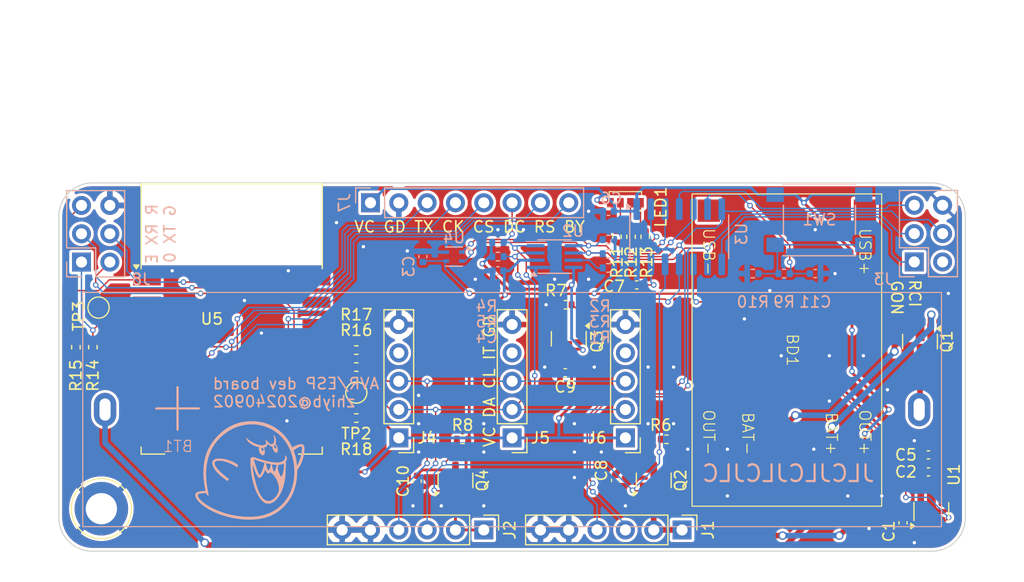
<source format=kicad_pcb>
(kicad_pcb (version 20240108) (generator "pcbnew") (generator_version "8.0")
  (layers (0 "F.Cu" signal) (31 "B.Cu" signal) (34 "B.Paste" user) (35 "F.Paste" user) (36 "B.SilkS" user "B.Silkscreen") (37 "F.SilkS" user "F.Silkscreen") (38 "B.Mask" user) (39 "F.Mask" user) (44 "Edge.Cuts" user))
  (net 0 "")
  (net 1 "Net-(BT1--)")
  (net 2 "GND")
  (net 3 "+BATT")
  (net 6 "/Power/BAT-")
  (net 7 "/Power/BAT+")
  (net 12 "Net-(U2-VREF2)")
  (net 13 "Net-(R10-Pad1)")
  (net 14 "Net-(LED1-K_GREEN)")
  (net 15 "Net-(LED1-K_RED)")
  (net 16 "Net-(LED1-K_BLUE)")
  (net 20 "+3V3")
  (net 21 "/Power/MISO")
  (net 22 "/Power/BTN")
  (net 23 "/Power/LED_G")
  (net 24 "/Power/LED_B")
  (net 25 "/Power/LED_R")
  (net 26 "/Power/3V3_EN")
  (net 27 "+ESP")
  (net 28 "/Power/ESP_EN")
  (net 29 "/Power/MOSI")
  (net 31 "/ESP/EPD_BUSY")
  (net 32 "/ESP/EPD_TX")
  (net 33 "/ESP/EPD_DC")
  (net 34 "/ESP/EPD_RST")
  (net 35 "/ESP/EPD_SCK")
  (net 36 "/ESP/EPD_CS")
  (net 37 "/ESP/TX")
  (net 38 "/ESP/RX")
  (net 39 "/ESP/EN")
  (net 40 "/ESP/GPIO0")
  (net 41 "/ESP/RST")
  (net 45 "/ESP/GPIO2")
  (net 46 "/ESP/ADC")
  (net 47 "/Power/PB3")
  (net 48 "/Power/PA4")
  (net 49 "/Power/AUX_3V3")
  (net 50 "/Power/PA0")
  (net 51 "/ESP/SCL")
  (net 52 "/Power/AUX_VBAT")
  (net 53 "/Power/AUX_EN")
  (footprint "Capacitor_SMD:C_0402_1005Metric" (layer "F.Cu") (at 67.691 82.6175 -90)
    (property "Reference" "C10")
    (property "Value" "100n")
  )
  (footprint "Connector_PinHeader_2.54mm:PinHeader_1x05_P2.54mm_Vertical" (layer "F.Cu") (at 76.2 78.74 180)
    (property "Reference" "J5")
    (property "Value" "Conn_01x05_Pin")
  )
  (footprint "Resistor_SMD:R_0402_1005Metric" (layer "F.Cu") (at 86.868 60.706 90)
    (property "Reference" "R12")
    (property "Value" "330R")
  )
  (footprint "Library:MSL0601RGBU1" (layer "F.Cu") (at 86.36 57.658)
    (property "Reference" "LED1")
    (property "Value" "MSL0601RGBU1" (hide yes))
  )
  (footprint "Resistor_SMD:R_0402_1005Metric" (layer "F.Cu") (at 85.598 60.706 90)
    (property "Reference" "R11")
    (property "Value" "330R")
  )
  (footprint "Resistor_SMD:R_0402_1005Metric" (layer "F.Cu") (at 62.23 76.962)
    (property "Reference" "R18")
    (property "Value" "10k")
  )
  (footprint "Connector_PinHeader_2.54mm:PinHeader_1x05_P2.54mm_Vertical" (layer "F.Cu") (at 86.36 78.74 180)
    (property "Reference" "J6")
    (property "Value" "Conn_01x05_Pin")
  )
  (footprint "Connector_PinHeader_2.54mm:PinHeader_1x06_P2.54mm_Vertical" (layer "F.Cu") (at 73.66 86.995 -90)
    (property "Reference" "J2")
    (property "Value" "Conn_01x06")
  )
  (footprint "TestPoint:TestPoint_Pad_D1.5mm" (layer "F.Cu") (at 39.116 67.056)
    (property "Reference" "TP3")
    (property "Value" "TestPoint")
  )
  (footprint "Package_TO_SOT_SMD:SOT-23" (layer "F.Cu") (at 71.12 82.55 90)
    (property "Reference" "Q4")
    (property "Value" "DMG2301L")
  )
  (footprint "Resistor_SMD:R_0402_1005Metric" (layer "F.Cu") (at 38.608 70.612 90)
    (property "Reference" "R14")
    (property "Value" "10k")
  )
  (footprint "Package_TO_SOT_SMD:SOT-23-5" (layer "F.Cu") (at 113.792 85.344 90)
    (property "Reference" "U1")
    (property "Value" "AP2112K-3.3")
  )
  (footprint "Capacitor_SMD:C_0402_1005Metric" (layer "F.Cu") (at 111.252 86.36 -90)
    (property "Reference" "C1")
    (property "Value" "100n")
  )
  (footprint "Resistor_SMD:R_0402_1005Metric" (layer "F.Cu") (at 88.138 60.706 90)
    (property "Reference" "R13")
    (property "Value" "330R")
  )
  (footprint "Capacitor_SMD:C_0402_1005Metric" (layer "F.Cu") (at 85.471 82.55 -90)
    (property "Reference" "C8")
    (property "Value" "100n")
  )
  (footprint "Connector_PinHeader_2.54mm:PinHeader_1x05_P2.54mm_Vertical" (layer "F.Cu") (at 66.04 78.74 180)
    (property "Reference" "J4")
    (property "Value" "Conn_01x05_Pin")
  )
  (footprint "Capacitor_SMD:C_0402_1005Metric" (layer "F.Cu") (at 113.538 80.264)
    (property "Reference" "C5")
    (property "Value" "4u7")
  )
  (footprint "Resistor_SMD:R_0402_1005Metric" (layer "F.Cu") (at 37.084 70.612 90)
    (property "Reference" "R15")
    (property "Value" "10k")
  )
  (footprint "Package_TO_SOT_SMD:SOT-23" (layer "F.Cu") (at 112.776 70.104 -90)
    (property "Reference" "Q1")
    (property "Value" "DMG2302U")
  )
  (footprint "RF_Module:ESP-12E" (layer "F.Cu") (at 51.054 68.072)
    (property "Reference" "U5")
    (property "Value" "ESP-12F")
  )
  (footprint "TestPoint:TestPoint_Pad_D1.5mm" (layer "F.Cu") (at 62.23 74.676)
    (property "Reference" "TP2")
    (property "Value" "TestPoint")
  )
  (footprint "Resistor_SMD:R_0402_1005Metric" (layer "F.Cu") (at 71.755 78.867 180)
    (property "Reference" "R8")
    (property "Value" "10k")
  )
  (footprint "Resistor_SMD:R_0402_1005Metric" (layer "F.Cu") (at 81.026 66.802)
    (property "Reference" "R7")
    (property "Value" "10k")
  )
  (footprint "Capacitor_SMD:C_0402_1005Metric" (layer "F.Cu") (at 80.9665 72.898 180)
    (property "Reference" "C9")
    (property "Value" "100n")
  )
  (footprint "Library:USB-Charger-Board" (layer "F.Cu") (at 100.838 70.866 -90)
    (property "Reference" "BD1")
    (property "Value" "USB Charger Board")
  )
  (footprint "TestPoint:TestPoint_Loop_D3.80mm_Drill2.8mm" (layer "F.Cu") (at 39.37 85.09)
    (property "Reference" "TP1" (hide yes))
    (property "Value" "TestPoint_Probe")
  )
  (footprint "Package_TO_SOT_SMD:SOT-23" (layer "F.Cu") (at 88.9 82.55 90)
    (property "Reference" "Q2")
    (property "Value" "DMG2301L")
  )
  (footprint "Resistor_SMD:R_0402_1005Metric" (layer "F.Cu") (at 62.23 72.39 180)
    (property "Reference" "R16")
    (property "Value" "10k")
  )
  (footprint "Resistor_SMD:R_0402_1005Metric" (layer "F.Cu") (at 90.043 78.867 180)
    (property "Reference" "R6")
    (property "Value" "10k")
  )
  (footprint "Connector_PinHeader_2.54mm:PinHeader_1x06_P2.54mm_Vertical" (layer "F.Cu") (at 91.44 86.995 -90)
    (property "Reference" "J1")
    (property "Value" "Conn_01x06")
  )
  (footprint "Capacitor_SMD:C_0402_1005Metric" (layer "F.Cu") (at 113.538 81.788)
    (property "Reference" "C2")
    (property "Value" "100n")
  )
  (footprint "Capacitor_SMD:C_0402_1005Metric" (layer "F.Cu") (at 87.376 65.024 180)
    (property "Reference" "C7")
    (property "Value" "100n")
  )
  (footprint "Resistor_SMD:R_0402_1005Metric" (layer "F.Cu") (at 62.23 70.866 180)
    (property "Reference" "R17")
    (property "Value" "10k")
  )
  (footprint "Package_TO_SOT_SMD:SOT-23" (layer "F.Cu") (at 81.28 69.85 -90)
    (property "Reference" "Q3")
    (property "Value" "DMG2301L")
  )
  (footprint "Connector_PinHeader_2.54mm:PinHeader_2x03_P2.54mm_Vertical" (layer "B.Cu") (at 37.587 62.977)
    (property "Reference" "J8")
    (property "Value" "Conn_02x03_Odd_Even")
  )
  (footprint "Package_SO:SSOP-8_2.95x2.8mm_P0.65mm" (layer "B.Cu") (at 80.01 62.484)
    (property "Reference" "U2")
    (property "Value" "PCA9306")
  )
  (footprint "Capacitor_SMD:C_0402_1005Metric" (layer "B.Cu") (at 84.836 58.42 180)
    (property "Reference" "C6")
    (property "Value" "100n")
  )
  (footprint "Capacitor_SMD:C_0402_1005Metric" (layer "B.Cu") (at 103.378 64.008)
    (property "Reference" "C11")
    (property "Value" "100n")
  )
  (footprint "Resistor_SMD:R_0402_1005Metric" (layer "B.Cu") (at 84.836 63.5)
    (property "Reference" "R1")
    (property "Value" "200k")
  )
  (footprint "Resistor_SMD:R_0402_1005Metric" (layer "B.Cu") (at 84.836 62.23 180)
    (property "Reference" "R3")
    (property "Value" "2k2")
  )
  (footprint "Package_SO:SOIC-14_3.9x8.7mm_P1.27mm" (layer "B.Cu") (at 91.186 60.706 -90)
    (property "Reference" "U3")
    (property "Value" "ATtiny84A-SS")
  )
  (footprint "Resistor_SMD:R_0402_1005Metric" (layer "B.Cu") (at 74.93 62.484)
    (property "Reference" "R5")
    (property "Value" "2k2")
  )
  (footprint "Resistor_SMD:R_0402_1005Metric" (layer "B.Cu") (at 100.584 64.008)
    (property "Reference" "R9")
    (property "Value" "10k")
  )
  (footprint "Resistor_SMD:R_0402_1005Metric" (layer "B.Cu") (at 97.79 64.008 180)
    (property "Reference" "R10")
    (property "Value" "10k")
  )
  (footprint "Capacitor_SMD:C_0402_1005Metric" (layer "B.Cu") (at 68.199 62.484 90)
    (property "Reference" "C3")
    (property "Value" "100n")
  )
  (footprint "Connector_PinHeader_2.54mm:PinHeader_2x03_P2.54mm_Vertical" (layer "B.Cu") (at 112.263 62.962)
    (property "Reference" "J3")
    (property "Value" "Conn_02x03_Odd_Even")
  )
  (footprint "Button_Switch_SMD:SW_Push_1P1T_NO_6x6mm_H9.5mm" (layer "B.Cu") (at 103.759 59.182 180)
    (property "Reference" "SW1")
    (property "Value" "SW_Push")
  )
  (footprint "Capacitor_SMD:C_0402_1005Metric" (layer "B.Cu") (at 74.93 63.754 180)
    (property "Reference" "C4")
    (property "Value" "100n")
  )
  (footprint "LOGO" (layer "B.Cu") (at 52.658485 81.640594 180)
    (property "Reference" "" (hide yes))
    (property "Value" "LOGO" (hide yes))
  )
  (footprint "LOGO" (layer "B.Cu") (at 52.658485 81.640594 180)
    (property "Reference" "" (hide yes))
    (property "Value" "LOGO" (hide yes))
  )
  (footprint "Sensor_Humidity:Sensirion_DFN-4_1.5x1.5mm_P0.8mm_SHT4x_NoCentralPad" (layer "B.Cu") (at 70.993 62.484 180)
    (property "Reference" "U4")
    (property "Value" "SHT4x")
  )
  (footprint "Resistor_SMD:R_0402_1005Metric" (layer "B.Cu") (at 74.93 61.214)
    (property "Reference" "R4")
    (property "Value" "2k2")
  )
  (footprint "Library:18650-Socket" (layer "B.Cu") (at 76.2 76.2 180)
    (property "Reference" "BT1")
    (property "Value" "18650-Socket")
  )
  (footprint "Connector_PinHeader_2.54mm:PinHeader_1x08_P2.54mm_Vertical" (layer "B.Cu") (at 63.5 57.658 -90)
    (property "Reference" "J7")
    (property "Value" "Conn_01x08_Pin")
  )
  (footprint "Resistor_SMD:R_0402_1005Metric" (layer "B.Cu") (at 84.836 60.96 180)
    (property "Reference" "R2")
    (property "Value" "2k2")
  )
  (gr_arc (start 35.56 58.88) (mid 36.43868 56.75868) (end 38.56 55.88) (stroke (width 0.1)) (layer "Edge.Cuts"))
  (gr_arc (start 38.56 88.9) (mid 36.43868 88.02132) (end 35.56 85.9) (stroke (width 0.1)) (layer "Edge.Cuts"))
  (gr_line (start 35.56 85.9) (end 35.56 58.88) (stroke (width 0.1)) (layer "Edge.Cuts"))
  (gr_line (start 116.84 58.88) (end 116.84 85.9) (stroke (width 0.1)) (layer "Edge.Cuts"))
  (gr_arc (start 113.84 55.88) (mid 115.96132 56.75868) (end 116.84 58.88) (stroke (width 0.1)) (layer "Edge.Cuts"))
  (gr_line (start 113.84 88.9) (end 38.56 88.9) (stroke (width 0.1)) (layer "Edge.Cuts"))
  (gr_arc (start 116.84 85.9) (mid 115.96132 88.02132) (end 113.84 88.9) (stroke (width 0.1)) (layer "Edge.Cuts"))
  (gr_line (start 38.56 55.88) (end 113.84 55.88) (stroke (width 0.1)) (layer "Edge.Cuts"))
  (gr_text "R RX E\nG TX 0" (at 44.704 60.452 90) (layer "B.SilkS") (effects (font (size 1 1)) (justify mirror)))
  (gr_text "AVR/ESP dev board\nzhiyb@20240902" (at 49.276 76.073 0) (layer "B.SilkS") (effects (font (size 1 1)) (justify right bottom mirror)))
  (gr_text "JLCJLCJLCJLC" (at 100.965 82.804 0) (layer "B.SilkS") (effects (font (size 1.5 1.5) (thickness 0.2)) (justify bottom mirror)))
  (gr_text "VC DA CL IT GD" (at 74.168 73.66 90) (layer "F.SilkS") (effects (font (size 1 1))))
  (gr_text "VC GD TX CK CS DC RS BY" (at 72.39 59.817 0) (layer "F.SilkS") (effects (font (size 1 1))))
  (gr_text "RCI \nGON" (at 111.506 66.167 -90) (layer "F.SilkS") (effects (font (size 1 1))))
  (segment (start 112.776 76.124) (end 112.7 76.2) (width 0.508) (layer "F.Cu") (net 1))
  (segment (start 112.776 71.0415) (end 112.776 76.124) (width 0.508) (layer "F.Cu") (net 1))
  (segment (start 114.803 57.882) (end 113.6775 56.7565) (width 0.254) (layer "F.Cu") (net 2))
  (segment (start 116.078 59.157) (end 116.078 59.182) (width 0.254) (layer "F.Cu") (net 2))
  (segment (start 113.563 56.642) (end 113.538 56.642) (width 0.254) (layer "F.Cu") (net 2))
  (segment (start 114.803 57.882) (end 116.078 59.157) (width 0.254) (layer "F.Cu") (net 2))
  (via (at 69.85 84.836) (size 0.5) (drill 0.3) (layers "F.Cu" "B.Cu") (net 2))
  (via (at 95.504 83.947) (size 0.5) (drill 0.3) (layers "F.Cu" "B.Cu") (net 2))
  (via (at 66.802 61.976) (size 0.5) (drill 0.3) (layers "F.Cu" "B.Cu") (net 2))
  (via (at 104.648 71.374) (size 0.5) (drill 0.3) (layers "F.Cu" "B.Cu") (net 2))
  (via (at 88.392 72.39) (size 0.5) (drill 0.3) (layers "F.Cu" "B.Cu") (net 2))
  (via (at 90.678 72.39) (size 0.5) (drill 0.3) (layers "F.Cu" "B.Cu") (net 2))
  (via (at 74.93 60.071) (size 0.5) (drill 0.3) (layers "F.Cu" "B.Cu") (net 2))
  (via (at 79.248 66.802) (size 0.5) (drill 0.3) (layers "F.Cu" "B.Cu") (net 2))
  (via (at 81.788 82.296) (size 0.5) (drill 0.3) (layers "F.Cu" "B.Cu") (net 2))
  (via (at 100.33 71.374) (size 0.5) (drill 0.3) (layers "F.Cu" "B.Cu") (net 2))
  (via (at 56.007 77.216) (size 0.5) (drill 0.3) (layers "F.Cu" "B.Cu") (net 2))
  (via (at 73.66 80.01) (size 0.5) (drill 0.3) (layers "F.Cu" "B.Cu") (net 2))
  (via (at 81.788 77.47) (size 0.5) (drill 0.3) (layers "F.Cu" "B.Cu") (net 2))
  (via (at 95.504 79.756) (size 0.5) (drill 0.3) (layers "F.Cu" "B.Cu") (net 2))
  (via (at 83.566 72.39) (size 0.5) (drill 0.3) (layers "F.Cu" "B.Cu") (net 2))
  (via (at 103.378 60.071) (size 0.5) (drill 0.3) (layers "F.Cu" "B.Cu") (net 2))
  (via (at 83.058 64.516) (size 0.5) (drill 0.3) (layers "F.Cu" "B.Cu") (net 2))
  (via (at 67.818 74.93) (size 0.5) (drill 0.3) (layers "F.Cu" "B.Cu") (net 2))
  (via (at 80.01 64.516) (size 0.5) (drill 0.3) (layers "F.Cu" "B.Cu") (net 2))
  (via (at 105.156 64.008) (size 0.5) (drill 0.3) (layers "F.Cu" "B.Cu") (net 2))
  (via (at 56.134 63.754) (size 0.5) (drill 0.3) (layers "F.Cu" "B.Cu") (net 2))
  (via (at 112.268 78.994) (size 0.5) (drill 0.3) (layers "F.Cu" "B.Cu") (net 2))
  (via (at 67.818 77.47) (size 0.5) (drill 0.3) (layers "F.Cu" "B.Cu") (net 2))
  (via (at 77.216 60.071) (size 0.5) (drill 0.3) (layers "F.Cu" "B.Cu") (net 2))
  (via (at 67.31 84.836) (size 0.5) (drill 0.3) (layers "F.Cu" "B.Cu") (net 2))
  (via (at 97.028 68.072) (size 0.5) (drill 0.3) (layers "F.Cu" "B.Cu") (net 2))
  (via (at 53.721 69.342) (size 0.5) (drill 0.3) (layers "F.Cu" "B.Cu") (net 2))
  (via (at 99.314 65.532) (size 0.5) (drill 0.3) (layers "F.Cu" "B.Cu") (net 2))
  (via (at 108.204 86.868) (size 0.5) (drill 0.3) (layers "F.Cu" "B.Cu") (net 2))
  (via (at 106.299 83.947) (size 0.5) (drill 0.3) (layers "F.Cu" "B.Cu") (net 2))
  (via (at 60.452 59.436) (size 0.5) (drill 0.3) (layers "F.Cu" "B.Cu") (net 2))
  (via (at 52.197 66.421) (size 0.5) (drill 0.3) (layers "F.Cu" "B.Cu") (net 2))
  (via (at 91.948 79.756) (size 0.5) (drill 0.3) (layers "F.Cu" "B.Cu") (net 2))
  (via (at 86.36 84.836) (size 0.5) (drill 0.3) (layers "F.Cu" "B.Cu") (net 2))
  (via (at 88.392 77.47) (size 0.5) (drill 0.3) (layers "F.Cu" "B.Cu") (net 2))
  (via (at 79.121 72.39) (size 0.5) (drill 0.3) (layers "F.Cu" "B.Cu") (net 2))
  (via (at 109.855 74.422) (size 0.5) (drill 0.3) (layers "F.Cu" "B.Cu") (net 2))
  (via (at 72.898 64.516) (size 0.5) (drill 0.3) (layers "F.Cu" "B.Cu") (net 2))
  (via (at 109.347 83.947) (size 0.5) (drill 0.3) (layers "F.Cu" "B.Cu") (net 2))
  (via (at 83.058 58.42) (size 0.5) (drill 0.3) (layers "F.Cu" "B.Cu") (net 2))
  (via (at 115.316 65.786) (size 0.5) (drill 0.3) (layers "F.Cu" "B.Cu") (net 2))
  (via (at 67.818 80.01) (size 0.5) (drill 0.3) (layers "F.Cu" "B.Cu") (net 2))
  (via (at 104.648 75.438) (size 0.5) (drill 0.3) (layers "F.Cu" "B.Cu") (net 2))
  (via (at 81.788 80.01) (size 0.5) (drill 0.3) (layers "F.Cu" "B.Cu") (net 2))
  (via (at 84.201 80.01) (size 0.5) (drill 0.3) (layers "F.Cu" "B.Cu") (net 2))
  (via (at 112.268 88.138) (size 0.5) (drill 0.3) (layers "F.Cu" "B.Cu") (net 2))
  (via (at 73.66 84.836) (size 0.5) (drill 0.3) (layers "F.Cu" "B.Cu") (net 2))
  (via (at 103.251 79.756) (size 0.5) (drill 0.3) (layers "F.Cu" "B.Cu") (net 2))
  (via (at 107.696 71.374) (size 0.5) (drill 0.3) (layers "F.Cu" "B.Cu") (net 2))
  (via (at 45.72 63.754) (size 0.5) (drill 0.3) (layers "F.Cu" "B.Cu") (net 2))
  (via (at 62.865 61.595) (size 0.5) (drill 0.3) (layers "F.Cu" "B.Cu") (net 2))
  (via (at 73.66 77.47) (size 0.5) (drill 0.3) (layers "F.Cu" "B.Cu") (net 2))
  (via (at 90.678 77.47) (size 0.5) (drill 0.3) (layers "F.Cu" "B.Cu") (net 2))
  (segment (start 112.06 88.346) (end 52.243 88.346) (width 0.508) (layer "B.Cu") (net 2))
  (segment (start 114.803 57.882) (end 113.563 56.642) (width 0.254) (layer "B.Cu") (net 2))
  (segment (start 113.563 56.642) (end 113.538 56.642) (width 0.254) (layer "B.Cu") (net 2))
  (segment (start 114.803 57.882) (end 116.078 59.157) (width 0.254) (layer "B.Cu") (net 2))
  (segment (start 116.078 59.157) (end 116.078 59.182) (width 0.254) (layer "B.Cu") (net 2))
  (segment (start 111.8275 85.7925) (end 111.252 85.7925) (width 0.254) (layer "F.Cu") (net 3))
  (segment (start 91.1075 83.4875) (end 89.85 83.4875) (width 0.508) (layer "F.Cu") (net 3))
  (segment (start 107.838 78.374) (end 107.823 78.359) (width 0.254) (layer "F.Cu") (net 3))
  (segment (start 84.074 57.658) (end 83.82 57.404) (width 0.254) (layer "F.Cu") (net 3))
  (segment (start 106.68 61.976) (end 106.68 69.088) (width 0.254) (layer "F.Cu") (net 3))
  (segment (start 95.123 87.503) (end 91.1075 83.4875) (width 0.508) (layer "F.Cu") (net 3))
  (segment (start 100.457 87.503) (end 95.123 87.503) (width 0.508) (layer "F.Cu") (net 3))
  (segment (start 112.842 86.4815) (end 112.5165 86.4815) (width 0.254) (layer "F.Cu") (net 3))
  (segment (start 89.85 83.4875) (end 89.85 80.5205) (width 0.127) (layer "F.Cu") (net 3))
  (segment (start 89.85 80.5205) (end 90.6405 79.73) (width 0.127) (layer "F.Cu") (net 3))
  (segment (start 110.6845 85.7925) (end 110.094 85.202) (width 0.254) (layer "F.Cu") (net 3))
  (segment (start 107.838 81.866) (end 107.838 78.374) (width 0.254) (layer "F.Cu") (net 3))
  (segment (start 111.252 85.7925) (end 110.6845 85.7925) (width 0.254) (layer "F.Cu") (net 3))
  (segment (start 109.982 76.2) (end 106.68 72.898) (width 0.254) (layer "F.Cu") (net 3))
  (segment (start 90.6405 79.73) (end 90.6405 78.867) (width 0.127) (layer "F.Cu") (net 3))
  (segment (start 110.094 85.202) (end 107.838 85.202) (width 0.254) (layer "F.Cu") (net 3))
  (segment (start 105.537 87.503) (end 107.838 85.202) (width 0.508) (layer "F.Cu") (net 3))
  (segment (start 106.68 72.898) (end 106.68 72.771) (width 0.254) (layer "F.Cu") (net 3))
  (segment (start 102.362 57.658) (end 106.68 61.976) (width 0.254) (layer "F.Cu") (net 3))
  (segment (start 112.5165 86.4815) (end 111.8275 85.7925) (width 0.254) (layer "F.Cu") (net 3))
  (segment (start 85.01 57.658) (end 84.074 57.658) (width 0.254) (layer "F.Cu") (net 3))
  (segment (start 107.838 81.866) (end 107.838 85.202) (width 0.508) (layer "F.Cu") (net 3))
  (via (at 106.68 69.088) (size 0.5) (drill 0.3) (layers "F.Cu" "B.Cu") (net 3))
  (via (at 100.457 87.503) (size 0.762) (drill 0.508) (layers "F.Cu" "B.Cu") (net 3))
  (via (at 106.68 72.771) (size 0.5) (drill 0.3) (layers "F.Cu" "B.Cu") (net 3))
  (via (at 83.82 57.404) (size 0.5) (drill 0.3) (layers "F.Cu" "B.Cu") (net 3))
  (via (at 105.537 87.503) (size 0.762) (drill 0.508) (layers "F.Cu" "B.Cu") (net 3))
  (via (at 107.823 78.359) (size 0.5) (drill 0.3) (layers "F.Cu" "B.Cu") (net 3))
  (via (at 109.982 76.2) (size 0.5) (drill 0.3) (layers "F.Cu" "B.Cu") (net 3))
  (via (at 102.362 57.658) (size 0.5) (drill 0.3) (layers "F.Cu" "B.Cu") (net 3))
  (segment (start 85.4035 57.8445) (end 84.3915 56.8325) (width 0.254) (layer "B.Cu") (net 3))
  (segment (start 105.537 87.503) (end 100.457 87.503) (width 0.508) (layer "B.Cu") (net 3))
  (segment (start 98.242 56.932) (end 99.784 56.932) (width 0.254) (layer "B.Cu") (net 3))
  (segment (start 84.3915 56.8325) (end 83.947 56.388) (width 0.254) (layer "B.Cu") (net 3))
  (segment (start 102.362 57.658) (end 103.088 56.932) (width 0.254) (layer "B.Cu") (net 3))
  (segment (start 83.82 57.404) (end 84.3915 56.8325) (width 0.254) (layer "B.Cu") (net 3))
  (segment (start 64.77 56.388) (end 63.5 57.658) (width 0.254) (layer "B.Cu") (net 3))
  (segment (start 103.088 56.932) (end 107.734 56.932) (width 0.254) (layer "B.Cu") (net 3))
  (segment (start 85.4035 58.42) (end 87.187 58.42) (width 0.254) (layer "B.Cu") (net 3))
  (segment (start 87.376 58.231) (end 87.376 56.896) (width 0.254) (layer "B.Cu") (net 3))
  (segment (start 97.617 56.307) (end 98.242 56.932) (width 0.254) (layer "B.Cu") (net 3))
  (segment (start 87.187 58.42) (end 87.376 58.231) (width 0.254) (layer "B.Cu") (net 3))
  (segment (start 102.362 57.658) (end 101.636 56.932) (width 0.254) (layer "B.Cu") (net 3))
  (segment (start 101.636 56.932) (end 99.784 56.932) (width 0.254) (layer "B.Cu") (net 3))
  (segment (start 87.376 56.896) (end 87.965 56.307) (width 0.254) (layer "B.Cu") (net 3))
  (segment (start 85.4035 58.42) (end 85.4035 57.8445) (width 0.254) (layer "B.Cu") (net 3))
  (segment (start 83.947 56.388) (end 64.77 56.388) (width 0.254) (layer "B.Cu") (net 3))
  (segment (start 87.965 56.307) (end 97.617 56.307) (width 0.254) (layer "B.Cu") (net 3))
  (segment (start 106.68 72.771) (end 106.68 69.088) (width 0.254) (layer "B.Cu") (net 3))
  (segment (start 107.823 78.359) (end 109.982 76.2) (width 0.254) (layer "B.Cu") (net 3))
  (segment (start 110.49 70.5025) (end 111.826 69.1665) (width 0.508) (layer "F.Cu") (net 6))
  (segment (start 110.49 70.993) (end 110.49 70.5025) (width 0.508) (layer "F.Cu") (net 6))
  (segment (start 97.338 81.866) (end 97.338 80.97) (width 0.508) (layer "F.Cu") (net 6))
  (segment (start 97.338 80.97) (end 101.6 76.708) (width 0.508) (layer "F.Cu") (net 6))
  (via (at 110.49 70.993) (size 0.762) (drill 0.508) (layers "F.Cu" "B.Cu") (net 6))
  (via (at 101.6 76.708) (size 0.762) (drill 0.508) (layers "F.Cu" "B.Cu") (net 6))
  (segment (start 101.6 76.708) (end 104.775 76.708) (width 0.508) (layer "B.Cu") (net 6))
  (segment (start 104.775 76.708) (end 110.49 70.993) (width 0.508) (layer "B.Cu") (net 6))
  (segment (start 48.641 88.138) (end 48.849 88.346) (width 0.508) (layer "F.Cu") (net 7))
  (segment (start 104.838 77.788) (end 104.902 77.724) (width 0.508) (layer "F.Cu") (net 7))
  (segment (start 48.849 88.346) (end 100.757 88.346) (width 0.508) (layer "F.Cu") (net 7))
  (segment (start 104.838 81.866) (end 104.838 77.788) (width 0.508) (layer "F.Cu") (net 7))
  (segment (start 113.792 67.691) (end 113.726 67.757) (width 0.508) (layer "F.Cu") (net 7))
  (segment (start 100.757 88.346) (end 104.838 84.265) (width 0.508) (layer "F.Cu") (net 7))
  (segment (start 113.726 67.757) (end 113.726 69.1665) (width 0.508) (layer "F.Cu") (net 7))
  (segment (start 104.838 84.265) (end 104.838 81.866) (width 0.508) (layer "F.Cu") (net 7))
  (via (at 48.641 88.138) (size 0.762) (drill 0.508) (layers "F.Cu" "B.Cu") (net 7))
  (via (at 104.902 77.724) (size 0.762) (drill 0.508) (layers "F.Cu" "B.Cu") (net 7))
  (via (at 113.792 67.691) (size 0.762) (drill 0.508) (layers "F.Cu" "B.Cu") (net 7))
  (segment (start 48.641 88.138) (end 39.7 79.197) (width 0.508) (layer "B.Cu") (net 7))
  (segment (start 39.7 79.197) (end 39.7 76.2) (width 0.508) (layer "B.Cu") (net 7))
  (segment (start 104.902 77.724) (end 113.792 68.834) (width 0.508) (layer "B.Cu") (net 7))
  (segment (start 113.792 68.834) (end 113.792 67.691) (width 0.508) (layer "B.Cu") (net 7))
  (segment (start 83.82 63.5) (end 84.2385 63.5) (width 0.127) (layer "B.Cu") (net 12))
  (segment (start 81.71 62.809) (end 83.129 62.809) (width 0.127) (layer "B.Cu") (net 12))
  (segment (start 83.129 62.809) (end 83.82 63.5) (width 0.127) (layer "B.Cu") (net 12))
  (segment (start 99.9865 64.008) (end 99.9865 61.6345) (width 0.127) (layer "B.Cu") (net 13))
  (segment (start 99.9865 61.6345) (end 99.784 61.432) (width 0.127) (layer "B.Cu") (net 13))
  (segment (start 99.784 61.432) (end 107.734 61.432) (width 0.127) (layer "B.Cu") (net 13))
  (segment (start 98.3875 64.008) (end 99.9865 64.008) (width 0.127) (layer "B.Cu") (net 13))
  (segment (start 85.91 59.7965) (end 85.598 60.1085) (width 0.127) (layer "F.Cu") (net 14))
  (segment (start 85.91 57.658) (end 85.91 59.7965) (width 0.127) (layer "F.Cu") (net 14))
  (segment (start 87.71 57.658) (end 87.71 59.6805) (width 0.127) (layer "F.Cu") (net 15))
  (segment (start 87.71 59.6805) (end 88.138 60.1085) (width 0.127) (layer "F.Cu") (net 15))
  (segment (start 86.81 60.0505) (end 86.868 60.1085) (width 0.127) (layer "F.Cu") (net 16))
  (segment (start 86.81 57.658) (end 86.81 60.0505) (width 0.127) (layer "F.Cu") (net 16))
  (segment (start 72.3525 69.1255) (end 72.3525 78.867) (width 0.254) (layer "F.Cu") (net 20))
  (segment (start 80.4285 66.802) (end 80.4285 65.8755) (width 0.254) (layer "F.Cu") (net 20))
  (segment (start 80.33 66.9005) (end 80.33 68.9125) (width 0.254) (layer "F.Cu") (net 20))
  (segment (start 80.4285 66.802) (end 80.33 66.9005) (width 0.254) (layer "F.Cu") (net 20))
  (segment (start 72.07 80.32125) (end 72.3525 80.03875) (width 0.254) (layer "F.Cu") (net 20))
  (segment (start 112.7165 80.264) (end 111.76 80.264) (width 0.254) (layer "F.Cu") (net 20))
  (segment (start 112.842 84.2065) (end 112.842 80.3925) (width 0.254) (layer "F.Cu") (net 20))
  (segment (start 97.282 65.786) (end 83.566 65.786) (width 0.254) (layer "F.Cu") (net 20))
  (segment (start 111.76 80.264) (end 97.282 65.786) (width 0.254) (layer "F.Cu") (net 20))
  (segment (start 72.07 83.4875) (end 72.07 80.32125) (width 0.254) (layer "F.Cu") (net 20))
  (segment (start 72.39 65.786) (end 75.438 65.786) (width 0.127) (layer "F.Cu") (net 20))
  (segment (start 75.438 65.786) (end 75.565 65.913) (width 0.127) (layer "F.Cu") (net 20))
  (segment (start 72.3525 80.03875) (end 72.3525 78.867) (width 0.254) (layer "F.Cu") (net 20))
  (segment (start 75.565 65.913) (end 75.692 65.786) (width 0.254) (layer "F.Cu") (net 20))
  (segment (start 112.842 80.3925) (end 112.9705 80.264) (width 0.254) (layer "F.Cu") (net 20))
  (segment (start 75.565 65.913) (end 72.3525 69.1255) (width 0.254) (layer "F.Cu") (net 20))
  (segment (start 80.518 65.786) (end 83.566 65.786) (width 0.254) (layer "F.Cu") (net 20))
  (segment (start 80.4285 65.8755) (end 80.518 65.786) (width 0.254) (layer "F.Cu") (net 20))
  (segment (start 75.692 65.786) (end 80.518 65.786) (width 0.254) (layer "F.Cu") (net 20))
  (via (at 83.566 65.786) (size 0.5) (drill 0.3) (layers "F.Cu" "B.Cu") (net 20))
  (via (at 72.39 65.786) (size 0.5) (drill 0.3) (layers "F.Cu" "B.Cu") (net 20))
  (via (at 75.565 65.913) (size 0.5) (drill 0.3) (layers "F.Cu" "B.Cu") (net 20))
  (segment (start 75.4975 65.8455) (end 75.4975 63.754) (width 0.254) (layer "B.Cu") (net 20))
  (segment (start 83.566 65.786) (end 85.4335 63.9185) (width 0.254) (layer "B.Cu") (net 20))
  (segment (start 70.293 62.884) (end 70.1795 62.9975) (width 0.127) (layer "B.Cu") (net 20))
  (segment (start 78.31 62.809) (end 76.891 62.809) (width 0.254) (layer "B.Cu") (net 20))
  (segment (start 76.891 62.809) (end 75.946 63.754) (width 0.254) (layer "B.Cu") (net 20))
  (segment (start 70.1795 63.5755) (end 72.39 65.786) (width 0.127) (layer "B.Cu") (net 20))
  (segment (start 68.3665 62.884) (end 68.199 63.0515) (width 0.127) (layer "B.Cu") (net 20))
  (segment (start 75.946 63.754) (end 75.4975 63.754) (width 0.254) (layer "B.Cu") (net 20))
  (segment (start 70.293 62.884) (end 68.3665 62.884) (width 0.127) (layer "B.Cu") (net 20))
  (segment (start 85.4335 63.9185) (end 85.4335 63.5) (width 0.254) (layer "B.Cu") (net 20))
  (segment (start 75.565 65.913) (end 75.4975 65.8455) (width 0.254) (layer "B.Cu") (net 20))
  (segment (start 85.4335 63.5) (end 85.4335 60.96) (width 0.254) (layer "B.Cu") (net 20))
  (segment (start 70.1795 62.9975) (end 70.1795 63.5755) (width 0.127) (layer "B.Cu") (net 20))
  (segment (start 110.236 60.198) (end 108.966 58.928) (width 0.127) (layer "B.Cu") (net 21))
  (segment (start 112.263 62.962) (end 110.968 62.962) (width 0.127) (layer "B.Cu") (net 21))
  (segment (start 94.996 60.96) (end 94.996 63.181) (width 0.127) (layer "B.Cu") (net 21))
  (segment (start 108.966 58.928) (end 97.028 58.928) (width 0.127) (layer "B.Cu") (net 21))
  (segment (start 110.236 62.23) (end 110.236 60.198) (width 0.127) (layer "B.Cu") (net 21))
  (segment (start 110.968 62.962) (end 110.236 62.23) (width 0.127) (layer "B.Cu") (net 21))
  (segment (start 97.028 58.928) (end 94.996 60.96) (width 0.127) (layer "B.Cu") (net 21))
  (segment (start 101.092 61.468) (end 101.092 62.992) (width 0.127) (layer "F.Cu") (net 22))
  (segment (start 97.536 57.912) (end 101.092 61.468) (width 0.127) (layer "F.Cu") (net 22))
  (via (at 101.092 62.992) (size 0.5) (drill 0.3) (layers "F.Cu" "B.Cu") (net 22))
  (via (at 97.536 57.912) (size 0.5) (drill 0.3) (layers "F.Cu" "B.Cu") (net 22))
  (segment (start 97.536 57.912) (end 96.52 56.896) (width 0.127) (layer "B.Cu") (net 22))
  (segment (start 93.726 57.15) (end 93.726 58.231) (width 0.127) (layer "B.Cu") (net 22))
  (segment (start 101.1815 63.0815) (end 101.092 62.992) (width 0.127) (layer "B.Cu") (net 22))
  (segment (start 101.1815 64.008) (end 101.1815 63.0815) (width 0.127) (layer "B.Cu") (net 22))
  (segment (start 93.98 56.896) (end 93.726 57.15) (width 0.127) (layer "B.Cu") (net 22))
  (segment (start 96.52 56.896) (end 93.98 56.896) (width 0.127) (layer "B.Cu") (net 22))
  (segment (start 102.8105 64.008) (end 101.1815 64.008) (width 0.127) (layer "B.Cu") (net 22))
  (segment (start 86.5245 62.23) (end 85.598 61.3035) (width 0.127) (layer "F.Cu") (net 23))
  (segment (start 90.424 61.214) (end 89.408 62.23) (width 0.127) (layer "F.Cu") (net 23))
  (segment (start 89.408 62.23) (end 86.5245 62.23) (width 0.127) (layer "F.Cu") (net 23))
  (via (at 90.424 61.214) (size 0.5) (drill 0.3) (layers "F.Cu" "B.Cu") (net 23))
  (segment (start 92.456 59.182) (end 90.424 61.214) (width 0.127) (layer "B.Cu") (net 23))
  (segment (start 92.456 58.231) (end 92.456 59.182) (width 0.127) (layer "B.Cu") (net 23))
  (segment (start 88.9 61.976) (end 87.5405 61.976) (width 0.127) (layer "F.Cu") (net 24))
  (segment (start 87.5405 61.976) (end 86.868 61.3035) (width 0.127) (layer "F.Cu") (net 24))
  (segment (start 89.662 61.214) (end 88.9 61.976) (width 0.127) (layer "F.Cu") (net 24))
  (via (at 89.662 61.214) (size 0.5) (drill 0.3) (layers "F.Cu" "B.Cu") (net 24))
  (segment (start 89.916 58.231) (end 89.916 60.96) (width 0.127) (layer "B.Cu") (net 24))
  (segment (start 89.916 60.96) (end 89.662 61.214) (width 0.127) (layer "B.Cu") (net 24))
  (segment (start 89.154 60.706) (end 88.5565 61.3035) (width 0.127) (layer "F.Cu") (net 25))
  (segment (start 88.5565 61.3035) (end 88.138 61.3035) (width 0.127) (layer "F.Cu") (net 25))
  (via (at 89.154 60.706) (size 0.5) (drill 0.3) (layers "F.Cu" "B.Cu") (net 25))
  (segment (start 88.646 60.198) (end 89.154 60.706) (width 0.127) (layer "B.Cu") (net 25))
  (segment (start 88.646 58.231) (end 88.646 60.198) (width 0.127) (layer "B.Cu") (net 25))
  (segment (start 111.506 84.074) (end 111.506 80.518) (width 0.127) (layer "F.Cu") (net 26))
  (segment (start 111.506 80.518) (end 97.536 66.548) (width 0.127) (layer "F.Cu") (net 26))
  (segment (start 115.34375 85.87975) (end 114.742 86.4815) (width 0.127) (layer "F.Cu") (net 26))
  (segment (start 97.536 66.548) (end 92.71 66.548) (width 0.127) (layer "F.Cu") (net 26))
  (via (at 92.71 66.548) (size 0.5) (drill 0.3) (layers "F.Cu" "B.Cu") (net 26))
  (via (at 111.506 84.074) (size 0.5) (drill 0.3) (layers "F.Cu" "B.Cu") (net 26))
  (via (at 115.34375 85.87975) (size 0.5) (drill 0.3) (layers "F.Cu" "B.Cu") (net 26))
  (segment (start 92.456 66.294) (end 92.456 63.181) (width 0.127) (layer "B.Cu") (net 26))
  (segment (start 113.538 84.074) (end 115.34375 85.87975) (width 0.127) (layer "B.Cu") (net 26))
  (segment (start 92.71 66.548) (end 92.456 66.294) (width 0.127) (layer "B.Cu") (net 26))
  (segment (start 111.506 84.074) (end 113.538 84.074) (width 0.127) (layer "B.Cu") (net 26))
  (segment (start 39.4595 71.2095) (end 41.402 73.152) (width 0.127) (layer "F.Cu") (net 27))
  (segment (start 41.402 77.978) (end 41.996 78.572) (width 0.127) (layer "F.Cu") (net 27))
  (segment (start 73.533 63.119) (end 75.819 65.405) (width 0.254) (layer "F.Cu") (net 27))
  (segment (start 62.8275 72.39) (end 62.8275 72.9875) (width 0.254) (layer "F.Cu") (net 27))
  (segment (start 41.996 78.572) (end 43.454 78.572) (width 0.127) (layer "F.Cu") (net 27))
  (segment (start 81.153 65.405) (end 81.534 65.024) (width 0.254) (layer "F.Cu") (net 27))
  (segment (start 75.819 65.405) (end 81.153 65.405) (width 0.254) (layer "F.Cu") (net 27))
  (segment (start 81.28 70.7875) (end 81.28 71.628) (width 0.254) (layer "F.Cu") (net 27))
  (segment (start 63.754 73.914) (end 63.754 76.454) (width 0.254) (layer "F.Cu") (net 27))
  (segment (start 82.4715 70.7875) (end 81.28 70.7875) (width 0.254) (layer "F.Cu") (net 27))
  (segment (start 62.8275 72.9875) (end 63.754 73.914) (width 0.254) (layer "F.Cu") (net 27))
  (segment (start 62.8275 72.39) (end 62.8275 70.866) (width 0.254) (layer "F.Cu") (net 27))
  (segment (start 82.55 70.866) (end 82.4715 70.7875) (width 0.254) (layer "F.Cu") (net 27))
  (segment (start 81.28 71.628) (end 81.534 71.882) (width 0.254) (layer "F.Cu") (net 27))
  (segment (start 38.608 71.2095) (end 39.4595 71.2095) (width 0.127) (layer "F.Cu") (net 27))
  (segment (start 63.754 76.454) (end 66.04 78.74) (width 0.254) (layer "F.Cu") (net 27))
  (segment (start 37.084 71.2095) (end 38.608 71.2095) (width 0.127) (layer "F.Cu") (net 27))
  (segment (start 41.402 73.152) (end 41.402 77.978) (width 0.127) (layer "F.Cu") (net 27))
  (segment (start 81.534 71.882) (end 81.534 72.898) (width 0.254) (layer "F.Cu") (net 27))
  (segment (start 81.534 75.819) (end 80.391 76.962) (width 0.254) (layer "F.Cu") (net 27))
  (segment (start 62.992 81.788) (end 44.704 81.788) (width 0.254) (layer "F.Cu") (net 27))
  (segment (start 81.534 72.898) (end 81.534 75.819) (width 0.254) (layer "F.Cu") (net 27))
  (segment (start 43.454 80.538) (end 43.454 78.572) (width 0.254) (layer "F.Cu") (net 27))
  (segment (start 44.704 81.788) (end 43.454 80.538) (width 0.254) (layer "F.Cu") (net 27))
  (via (at 73.533 63.119) (size 0.5) (drill 0.3) (layers "F.Cu" "B.Cu") (net 27))
  (via (at 80.391 76.962) (size 0.5) (drill 0.3) (layers "F.Cu" "B.Cu") (net 27))
  (via (at 81.534 65.024) (size 0.5) (drill 0.3) (layers "F.Cu" "B.Cu") (net 27))
  (via (at 62.992 81.788) (size 0.5) (drill 0.3) (layers "F.Cu" "B.Cu") (net 27))
  (via (at 82.55 70.866) (size 0.5) (drill 0.3) (layers "F.Cu" "B.Cu") (net 27))
  (segment (start 62.992 81.788) (end 66.04 78.74) (width 0.254) (layer "B.Cu") (net 27))
  (segment (start 74.3325 62.484) (end 74.3325 61.214) (width 0.254) (layer "B.Cu") (net 27))
  (segment (start 81.534 65.024) (end 81.534 69.85) (width 0.254) (layer "B.Cu") (net 27))
  (segment (start 81.71 64.848) (end 81.534 65.024) (width 0.254) (layer "B.Cu") (net 27))
  (segment (start 66.04 78.74) (end 81.534 78.74) (width 0.254) (layer "B.Cu") (net 27))
  (segment (start 81.534 78.74) (end 86.36 78.74) (width 0.254) (layer "B.Cu") (net 27))
  (segment (start 81.71 63.459) (end 81.71 64.848) (width 0.254) (layer "B.Cu") (net 27))
  (segment (start 81.534 69.85) (end 82.55 70.866) (width 0.254) (layer "B.Cu") (net 27))
  (segment (start 74.168 62.484) (end 74.3325 62.484) (width 0.254) (layer "B.Cu") (net 27))
  (segment (start 73.533 63.119) (end 74.168 62.484) (width 0.254) (layer "B.Cu") (net 27))
  (segment (start 80.391 76.962) (end 80.391 78.74) (width 0.254) (layer "B.Cu") (net 27))
  (segment (start 81.6235 66.802) (end 82.23 67.4085) (width 0.127) (layer "F.Cu") (net 28))
  (segment (start 83.3445 66.294) (end 82.23 67.4085) (width 0.127) (layer "F.Cu") (net 28))
  (segment (start 89.916 66.294) (end 83.3445 66.294) (width 0.127) (layer "F.Cu") (net 28))
  (segment (start 82.23 67.4085) (end 82.23 68.9125) (width 0.127) (layer "F.Cu") (net 28))
  (segment (start 90.17 66.548) (end 89.916 66.294) (width 0.127) (layer "F.Cu") (net 28))
  (via (at 90.17 66.548) (size 0.5) (drill 0.3) (layers "F.Cu" "B.Cu") (net 28))
  (segment (start 91.186 65.532) (end 91.186 63.181) (width 0.127) (layer "B.Cu") (net 28))
  (segment (start 90.17 66.548) (end 91.186 65.532) (width 0.127) (layer "B.Cu") (net 28))
  (segment (start 84.963 74.803) (end 90.297 74.803) (width 0.127) (layer "F.Cu") (net 29))
  (segment (start 84.618997 61.504997) (end 83.058 61.504997) (width 0.127) (layer "F.Cu") (net 29))
  (segment (start 85.598 62.484) (end 84.618997 61.504997) (width 0.127) (layer "F.Cu") (net 29))
  (segment (start 82.931 83.058) (end 82.931 76.835) (width 0.127) (layer "F.Cu") (net 29))
  (segment (start 72.517 61.341) (end 72.898 60.96) (width 0.127) (layer "F.Cu") (net 29))
  (segment (start 91.186 61.468) (end 90.17 62.484) (width 0.127) (layer "F.Cu") (net 29))
  (segment (start 83.439 83.566) (end 82.931 83.058) (width 0.127) (layer "F.Cu") (net 29))
  (segment (start 82.931 76.835) (end 84.963 74.803) (width 0.127) (layer "F.Cu") (net 29))
  (segment (start 72.898 60.96) (end 82.513003 60.96) (width 0.127) (layer "F.Cu") (net 29))
  (segment (start 90.297 74.803) (end 91.44 73.66) (width 0.127) (layer "F.Cu") (net 29))
  (segment (start 82.513003 60.96) (end 83.058 61.504997) (width 0.127) (layer "F.Cu") (net 29))
  (segment (start 90.17 62.484) (end 85.598 62.484) (width 0.127) (layer "F.Cu") (net 29))
  (via (at 72.517 61.341) (size 0.5) (drill 0.3) (layers "F.Cu" "B.Cu") (net 29))
  (via (at 83.058 61.504997) (size 0.5) (drill 0.3) (layers "F.Cu" "B.Cu") (net 29))
  (via (at 83.439 83.566) (size 0.5) (drill 0.3) (layers "F.Cu" "B.Cu") (net 29))
  (via (at 91.186 61.468) (size 0.5) (drill 0.3) (layers "F.Cu" "B.Cu") (net 29))
  (via (at 91.44 73.66) (size 0.5) (drill 0.3) (layers "F.Cu" "B.Cu") (net 29))
  (segment (start 86.36 86.487) (end 86.36 86.995) (width 0.127) (layer "B.Cu") (net 29))
  (segment (start 110.236 58.42) (end 110.998 59.182) (width 0.127) (layer "B.Cu") (net 29))
  (segment (start 81.71 61.509) (end 83.6895 61.509) (width 0.127) (layer "B.Cu") (net 29))
  (segment (start 72.517 61.341) (end 72.436 61.341) (width 0.127) (layer "B.Cu") (net 29))
  (segment (start 94.996 58.231) (end 95.185 58.42) (width 0.127) (layer "B.Cu") (net 29))
  (segment (start 94.996 59.436) (end 94.996 58.231) (width 0.127) (layer "B.Cu") (net 29))
  (segment (start 83.439 83.566) (end 86.36 86.487) (width 0.127) (layer "B.Cu") (net 29))
  (segment (start 95.185 58.42) (end 110.236 58.42) (width 0.127) (layer "B.Cu") (net 29))
  (segment (start 91.186 61.468) (end 92.71 59.944) (width 0.127) (layer "B.Cu") (net 29))
  (segment (start 91.186 61.468) (end 91.694 61.976) (width 0.127) (layer "B.Cu") (net 29))
  (segment (start 94.488 59.944) (end 94.996 59.436) (width 0.127) (layer "B.Cu") (net 29))
  (segment (start 113.563 59.182) (end 114.803 60.422) (width 0.127) (layer "B.Cu") (net 29))
  (segment (start 110.998 59.182) (end 113.563 59.182) (width 0.127) (layer "B.Cu") (net 29))
  (segment (start 91.694 64.389) (end 91.694 73.406) (width 0.127) (layer "B.Cu") (net 29))
  (segment (start 91.694 61.976) (end 91.694 64.389) (width 0.127) (layer "B.Cu") (net 29))
  (segment (start 92.71 59.944) (end 94.488 59.944) (width 0.127) (layer "B.Cu") (net 29))
  (segment (start 83.6895 61.509) (end 84.2385 60.96) (width 0.127) (layer "B.Cu") (net 29))
  (segment (start 91.694 73.406) (end 91.44 73.66) (width 0.127) (layer "B.Cu") (net 29))
  (segment (start 72.436 61.341) (end 71.693 62.084) (width 0.127) (layer "B.Cu") (net 29))
  (segment (start 43.454 70.572) (end 50.506 70.572) (width 0.127) (layer "F.Cu") (net 31))
  (segment (start 50.506 70.572) (end 50.546 70.612) (width 0.127) (layer "F.Cu") (net 31))
  (via (at 50.546 70.612) (size 0.5) (drill 0.3) (layers "F.Cu" "B.Cu") (net 31))
  (segment (start 53.34 68.58) (end 57.912 68.58) (width 0.127) (layer "B.Cu") (net 31))
  (segment (start 51.308 70.612) (end 53.34 68.58) (width 0.127) (layer "B.Cu") (net 31))
  (segment (start 57.912 68.58) (end 61.976 64.516) (width 0.127) (layer "B.Cu") (net 31))
  (segment (start 72.771 59.309) (end 79.629 59.309) (width 0.127) (layer "B.Cu") (net 31))
  (segment (start 61.976 61.214) (end 62.484 60.706) (width 0.127) (layer "B.Cu") (net 31))
  (segment (start 62.484 60.706) (end 71.374 60.706) (width 0.127) (layer "B.Cu") (net 31))
  (segment (start 50.546 70.612) (end 51.308 70.612) (width 0.127) (layer "B.Cu") (net 31))
  (segment (start 71.374 60.706) (end 72.771 59.309) (width 0.127) (layer "B.Cu") (net 31))
  (segment (start 61.976 64.516) (end 61.976 61.214) (width 0.127) (layer "B.Cu") (net 31))
  (segment (start 79.629 59.309) (end 81.28 57.658) (width 0.127) (layer "B.Cu") (net 31))
  (segment (start 51.562 70.866) (end 51.562 69.596) (width 0.127) (layer "F.Cu") (net 32))
  (segment (start 51.562 69.596) (end 51.562 69.85) (width 0.127) (layer "F.Cu") (net 32))
  (segment (start 45.856 76.572) (end 49.276 73.152) (width 0.127) (layer "F.Cu") (net 32))
  (segment (start 49.276 73.152) (end 51.562 70.866) (width 0.127) (layer "F.Cu") (net 32))
  (segment (start 51.562 69.85) (end 51.562 68.072) (width 0.127) (layer "F.Cu") (net 32))
  (segment (start 43.454 76.572) (end 45.856 76.572) (width 0.127) (layer "F.Cu") (net 32))
  (via (at 51.562 68.072) (size 0.5) (drill 0.3) (layers "F.Cu" "B.Cu") (net 32))
  (segment (start 68.58 57.658) (end 66.548 59.69) (width 0.127) (layer "B.Cu") (net 32))
  (segment (start 66.548 59.69) (end 61.468 59.69) (width 0.127) (layer "B.Cu") (net 32))
  (segment (start 60.96 60.198) (end 60.96 63.5) (width 0.127) (layer "B.Cu") (net 32))
  (segment (start 60.96 63.5) (end 57.404 67.056) (width 0.127) (layer "B.Cu") (net 32))
  (segment (start 61.468 59.69) (end 60.96 60.198) (width 0.127) (layer "B.Cu") (net 32))
  (segment (start 52.578 67.056) (end 51.562 68.072) (width 0.127) (layer "B.Cu") (net 32))
  (segment (start 57.404 67.056) (end 52.578 67.056) (width 0.127) (layer "B.Cu") (net 32))
  (segment (start 69.342 76.2) (end 69.342 81.026) (width 0.127) (layer "F.Cu") (net 33))
  (segment (start 78.232 74.168) (end 76.2 76.2) (width 0.127) (layer "F.Cu") (net 33))
  (segment (start 58.654 70.572) (end 60.238 70.572) (width 0.127) (layer "F.Cu") (net 33))
  (segment (start 64.262 73.66) (end 64.262 75.184) (width 0.127) (layer "F.Cu") (net 33))
  (segment (start 60.238 70.572) (end 60.706 70.104) (width 0.127) (layer "F.Cu") (net 33))
  (segment (start 76.2 60.452) (end 76.2 58.42) (width 0.127) (layer "F.Cu") (net 33))
  (segment (start 63.246 70.104) (end 63.754 70.612) (width 0.127) (layer "F.Cu") (net 33))
  (segment (start 60.706 70.104) (end 63.246 70.104) (width 0.127) (layer "F.Cu") (net 33))
  (segment (start 77.47 62.738) (end 76.454 61.722) (width 0.127) (layer "F.Cu") (net 33))
  (segment (start 65.278 76.2) (end 66.04 76.2) (width 0.127) (layer "F.Cu") (net 33))
  (segment (start 63.754 73.152) (end 64.262 73.66) (width 0.127) (layer "F.Cu") (net 33))
  (segment (start 64.262 75.184) (end 65.278 76.2) (width 0.127) (layer "F.Cu") (net 33))
  (segment (start 77.47 64.135) (end 77.47 62.738) (width 0.127) (layer "F.Cu") (net 33))
  (segment (start 78.232 73.152) (end 78.232 74.168) (width 0.127) (layer "F.Cu") (net 33))
  (segment (start 63.754 70.612) (end 63.754 73.152) (width 0.127) (layer "F.Cu") (net 33))
  (via (at 76.2 60.452) (size 0.5) (drill 0.3) (layers "F.Cu" "B.Cu") (net 33))
  (via (at 69.342 76.2) (size 0.5) (drill 0.3) (layers "F.Cu" "B.Cu") (net 33))
  (via (at 76.454 61.722) (size 0.5) (drill 0.3) (layers "F.Cu" "B.Cu") (net 33))
  (via (at 78.232 73.152) (size 0.5) (drill 0.3) (layers "F.Cu" "B.Cu") (net 33))
  (via (at 69.342 81.026) (size 0.5) (drill 0.3) (layers "F.Cu" "B.Cu") (net 33))
  (via (at 77.47 64.135) (size 0.5) (drill 0.3) (layers "F.Cu" "B.Cu") (net 33))
  (segment (start 78.232 64.897) (end 78.232 73.152) (width 0.127) (layer "B.Cu") (net 33))
  (segment (start 76.454 61.722) (end 76.667 61.509) (width 0.127) (layer "B.Cu") (net 33))
  (segment (start 66.04 76.2) (end 86.36 76.2) (width 0.127) (layer "B.Cu") (net 33))
  (segment (start 68.58 81.788) (end 68.58 86.995) (width 0.127) (layer "B.Cu") (net 33))
  (segment (start 76.454 61.722) (end 75.946 61.214) (width 0.127) (layer "B.Cu") (net 33))
  (segment (start 75.946 61.214) (end 75.5275 61.214) (width 0.127) (layer "B.Cu") (net 33))
  (segment (start 69.342 81.026) (end 68.58 81.788) (width 0.127) (layer "B.Cu") (net 33))
  (segment (start 77.47 64.135) (end 78.232 64.897) (width 0.127) (layer "B.Cu") (net 33))
  (segment (start 76.2 60.5415) (end 75.5275 61.214) (width 0.127) (layer "B.Cu") (net 33))
  (segment (start 76.667 61.509) (end 78.31 61.509) (width 0.127) (layer "B.Cu") (net 33))
  (segment (start 76.2 60.452) (end 76.2 60.5415) (width 0.127) (layer "B.Cu") (net 33))
  (segment (start 61.6325 76.962) (end 61.2425 76.572) (width 0.127) (layer "F.Cu") (net 34))
  (segment (start 61.2425 76.572) (end 58.654 76.572) (width 0.127) (layer "F.Cu") (net 34))
  (segment (start 57.014 76.572) (end 58.654 76.572) (width 0.127) (layer "F.Cu") (net 34))
  (segment (start 56.134 68.072) (end 56.134 75.692) (width 0.127) (layer "F.Cu") (net 34))
  (segment (start 56.134 75.692) (end 57.014 76.572) (width 0.127) (layer "F.Cu") (net 34))
  (via (at 56.134 68.072) (size 0.5) (drill 0.3) (layers "F.Cu" "B.Cu") (net 34))
  (segment (start 61.722 60.96) (end 61.722 64.262) (width 0.127) (layer "B.Cu") (net 34))
  (segment (start 57.912 68.072) (end 56.134 68.072) (width 0.127) (layer "B.Cu") (net 34))
  (segment (start 71.247 60.452) (end 62.23 60.452) (width 0.127) (layer "B.Cu") (net 34))
  (segment (start 77.343 59.055) (end 72.644 59.055) (width 0.127) (layer "B.Cu") (net 34))
  (segment (start 62.23 60.452) (end 61.722 60.96) (width 0.127) (layer "B.Cu") (net 34))
  (segment (start 61.722 64.262) (end 57.912 68.072) (width 0.127) (layer "B.Cu") (net 34))
  (segment (start 78.74 57.658) (end 77.343 59.055) (width 0.127) (layer "B.Cu") (net 34))
  (segment (start 72.644 59.055) (end 71.247 60.452) (width 0.127) (layer "B.Cu") (net 34))
  (segment (start 47.824 72.572) (end 49.276 71.12) (width 0.127) (layer "F.Cu") (net 35))
  (segment (start 43.454 72.572) (end 47.824 72.572) (width 0.127) (layer "F.Cu") (net 35))
  (via (at 49.276 71.12) (size 0.5) (drill 0.3) (layers "F.Cu" "B.Cu") (net 35))
  (segment (start 53.086 67.31) (end 49.276 71.12) (width 0.127) (layer "B.Cu") (net 35))
  (segment (start 71.12 57.658) (end 68.834 59.944) (width 0.127) (layer "B.Cu") (net 35))
  (segment (start 61.214 63.754) (end 57.658 67.31) (width 0.127) (layer "B.Cu") (net 35))
  (segment (start 61.722 59.944) (end 61.214 60.452) (width 0.127) (layer "B.Cu") (net 35))
  (segment (start 61.214 60.452) (end 61.214 63.754) (width 0.127) (layer "B.Cu") (net 35))
  (segment (start 57.658 67.31) (end 53.086 67.31) (width 0.127) (layer "B.Cu") (net 35))
  (segment (start 68.834 59.944) (end 61.722 59.944) (width 0.127) (layer "B.Cu") (net 35))
  (segment (start 51.054 70.866) (end 51.054 70.104) (width 0.127) (layer "F.Cu") (net 36))
  (segment (start 47.348 74.572) (end 51.054 70.866) (width 0.127) (layer "F.Cu") (net 36))
  (segment (start 43.454 74.572) (end 47.348 74.572) (width 0.127) (layer "F.Cu") (net 36))
  (via (at 51.054 70.104) (size 0.5) (drill 0.3) (layers "F.Cu" "B.Cu") (net 36))
  (segment (start 57.912 67.564) (end 53.594 67.564) (width 0.127) (layer "B.Cu") (net 36))
  (segment (start 61.468 64.008) (end 57.912 67.564) (width 0.127) (layer "B.Cu") (net 36))
  (segment (start 71.12 60.198) (end 61.976 60.198) (width 0.127) (layer "B.Cu") (net 36))
  (segment (start 61.976 60.198) (end 61.468 60.706) (width 0.127) (layer "B.Cu") (net 36))
  (segment (start 61.468 60.706) (end 61.468 64.008) (width 0.127) (layer "B.Cu") (net 36))
  (segment (start 53.594 67.564) (end 51.054 70.104) (width 0.127) (layer "B.Cu") (net 36))
  (segment (start 73.66 57.658) (end 71.12 60.198) (width 0.127) (layer "B.Cu") (net 36))
  (segment (start 46.736 64.77) (end 56.642 64.77) (width 0.127) (layer "F.Cu") (net 37))
  (segment (start 56.84 64.572) (end 58.654 64.572) (width 0.127) (layer "F.Cu") (net 37))
  (segment (start 56.642 64.77) (end 56.84 64.572) (width 0.127) (layer "F.Cu") (net 37))
  (via (at 46.736 64.77) (size 0.5) (drill 0.3) (layers "F.Cu" "B.Cu") (net 37))
  (segment (start 41.656 63.754) (end 41.656 61.966) (width 0.127) (layer "B.Cu") (net 37))
  (segment (start 41.656 61.966) (end 40.127 60.437) (width 0.127) (layer "B.Cu") (net 37))
  (segment (start 46.736 64.77) (end 42.672 64.77) (width 0.127) (layer "B.Cu") (net 37))
  (segment (start 42.672 64.77) (end 41.656 63.754) (width 0.127) (layer "B.Cu") (net 37))
  (segment (start 47.498 65.278) (end 55.626 65.278) (width 0.127) (layer "F.Cu") (net 38))
  (segment (start 37.587 60.447) (end 37.592 60.452) (width 0.127) (layer "F.Cu") (net 38))
  (segment (start 56.92 66.572) (end 58.654 66.572) (width 0.127) (layer "F.Cu") (net 38))
  (segment (start 55.626 65.278) (end 56.92 66.572) (width 0.127) (layer "F.Cu") (net 38))
  (via (at 47.498 65.278) (size 0.5) (drill 0.3) (layers "F.Cu" "B.Cu") (net 38))
  (segment (start 38.862 64.262) (end 39.878 65.278) (width 0.127) (layer "B.Cu") (net 38))
  (segment (start 38.862 61.712) (end 38.862 64.262) (width 0.127) (layer "B.Cu") (net 38))
  (segment (start 39.878 65.278) (end 47.498 65.278) (width 0.127) (layer "B.Cu") (net 38))
  (segment (start 37.587 60.437) (end 38.862 61.712) (width 0.127) (layer "B.Cu") (net 38))
  (segment (start 43.454 68.572) (end 39.124 68.572) (width 0.127) (layer "F.Cu") (net 39))
  (segment (start 37.587 62.977) (end 37.338 63.226) (width 0.127) (layer "F.Cu") (net 39))
  (segment (start 43.446 68.58) (end 43.454 68.572) (width 0.127) (layer "F.Cu") (net 39))
  (segment (start 39.124 68.572) (end 38.608 69.088) (width 0.127) (layer "F.Cu") (net 39))
  (segment (start 38.608 69.088) (end 38.608 70.102) (width 0.127) (layer "F.Cu") (net 39))
  (via (at 38.608 69.088) (size 0.5) (drill 0.3) (layers "F.Cu" "B.Cu") (net 39))
  (segment (start 37.587 68.067) (end 38.608 69.088) (width 0.127) (layer "B.Cu") (net 39))
  (segment (start 37.587 62.977) (end 37.587 68.067) (width 0.127) (layer "B.Cu") (net 39))
  (segment (start 56.642 67.31) (end 56.642 72.136) (width 0.127) (layer "F.Cu") (net 40))
  (segment (start 48.26 65.786) (end 55.118 65.786) (width 0.127) (layer "F.Cu") (net 40))
  (segment (start 58.654 72.572) (end 60.27 72.572) (width 0.127) (layer "F.Cu") (net 40))
  (segment (start 60.27 72.572) (end 60.706 72.136) (width 0.127) (layer "F.Cu") (net 40))
  (segment (start 60.706 71.374) (end 61.214 70.866) (width 0.127) (layer "F.Cu") (net 40))
  (segment (start 57.078 72.572) (end 58.654 72.572) (width 0.127) (layer "F.Cu") (net 40))
  (segment (start 38.862 65.024) (end 38.862 64.242) (width 0.127) (layer "F.Cu") (net 40))
  (segment (start 60.706 72.136) (end 60.706 71.374) (width 0.127) (layer "F.Cu") (net 40))
  (segment (start 56.642 72.136) (end 57.078 72.572) (width 0.127) (layer "F.Cu") (net 40))
  (segment (start 38.862 64.242) (end 40.127 62.977) (width 0.127) (layer "F.Cu") (net 40))
  (segment (start 55.118 65.786) (end 56.642 67.31) (width 0.127) (layer "F.Cu") (net 40))
  (segment (start 61.214 70.866) (end 61.6325 70.866) (width 0.127) (layer "F.Cu") (net 40))
  (via (at 38.862 65.024) (size 0.5) (drill 0.3) (layers "F.Cu" "B.Cu") (net 40))
  (via (at 48.26 65.786) (size 0.5) (drill 0.3) (layers "F.Cu" "B.Cu") (net 40))
  (segment (start 38.862 65.024) (end 39.624 65.786) (width 0.127) (layer "B.Cu") (net 40))
  (segment (start 39.624 65.786) (end 48.26 65.786) (width 0.127) (layer "B.Cu") (net 40))
  (segment (start 39.116 65.532) (end 40.076 64.572) (width 0.127) (layer "F.Cu") (net 41))
  (segment (start 40.076 64.572) (end 43.454 64.572) (width 0.127) (layer "F.Cu") (net 41))
  (segment (start 36.195 59.289) (end 37.587 57.897) (width 0.127) (layer "F.Cu") (net 41))
  (segment (start 36.195 64.643) (end 36.195 59.289) (width 0.127) (layer "F.Cu") (net 41))
  (segment (start 37.084 65.532) (end 36.195 64.643) (width 0.127) (layer "F.Cu") (net 41))
  (segment (start 37.084 65.532) (end 39.116 65.532) (width 0.127) (layer "F.Cu") (net 41))
  (segment (start 37.084 65.532) (end 37.084 70.102) (width 0.127) (layer "F.Cu") (net 41))
  (segment (start 61.6325 74.0785) (end 62.23 74.676) (width 0.127) (layer "F.Cu") (net 45))
  (segment (start 61.6325 72.39) (end 61.6325 74.0785) (width 0.127) (layer "F.Cu") (net 45))
  (segment (start 58.654 74.572) (end 62.126 74.572) (width 0.127) (layer "F.Cu") (net 45))
  (segment (start 62.126 74.572) (end 62.23 74.676) (width 0.127) (layer "F.Cu") (net 45))
  (segment (start 43.454 66.572) (end 39.6 66.572) (width 0.127) (layer "F.Cu") (net 46))
  (segment (start 39.6 66.572) (end 39.116 67.056) (width 0.127) (layer "F.Cu") (net 46))
  (segment (start 91.44 56.642) (end 97.028 56.642) (width 0.127) (layer "B.Cu") (net 47))
  (segment (start 91.186 56.896) (end 91.44 56.642) (width 0.127) (layer "B.Cu") (net 47))
  (segment (start 98.552 58.166) (end 109.728 58.166) (width 0.127) (layer "B.Cu") (net 47))
  (segment (start 91.186 58.231) (end 91.186 56.896) (width 0.127) (layer "B.Cu") (net 47))
  (segment (start 109.728 58.166) (end 110.012 57.882) (width 0.127) (layer "B.Cu") (net 47))
  (segment (start 97.028 56.642) (end 98.552 58.166) (width 0.127) (layer "B.Cu") (net 47))
  (segment (start 110.012 57.882) (end 112.263 57.882) (width 0.127) (layer "B.Cu") (net 47))
  (segment (start 83.058 62.159) (end 84.765 62.159) (width 0.127) (layer "F.Cu") (net 48))
  (segment (start 83.185 76.962) (end 85.09 75.057) (width 0.127) (layer "F.Cu") (net 48))
  (segment (start 91.694 61.722) (end 93.726 61.722) (width 0.127) (layer "F.Cu") (net 48))
  (segment (start 84.765 62.159) (end 85.344 62.738) (width 0.127) (layer "F.Cu") (net 48))
  (segment (start 83.439 82.804) (end 83.185 82.55) (width 0.127) (layer "F.Cu") (net 48))
  (segment (start 85.09 75.057) (end 90.958604 75.057) (width 0.127) (layer "F.Cu") (net 48))
  (segment (start 72.517 62.103) (end 73.406 61.214) (width 0.127) (layer "F.Cu") (net 48))
  (segment (start 81.915 61.214) (end 82.86 62.159) (width 0.127) (layer "F.Cu") (net 48))
  (segment (start 90.678 62.738) (end 91.694 61.722) (width 0.127) (layer "F.Cu") (net 48))
  (segment (start 90.958604 75.057) (end 91.963202 74.052402) (width 0.127) (layer "F.Cu") (net 48))
  (segment (start 82.86 62.159) (end 83.058 62.159) (width 0.127) (layer "F.Cu") (net 48))
  (segment (start 83.185 82.55) (end 83.185 76.962) (width 0.127) (layer "F.Cu") (net 48))
  (segment (start 85.344 62.738) (end 90.678 62.738) (width 0.127) (layer "F.Cu") (net 48))
  (segment (start 73.406 61.214) (end 81.915 61.214) (width 0.127) (layer "F.Cu") (net 48))
  (via (at 93.726 61.722) (size 0.5) (drill 0.3) (layers "F.Cu" "B.Cu") (net 48))
  (via (at 72.517 62.103) (size 0.5) (drill 0.3) (layers "F.Cu" "B.Cu") (net 48))
  (via (at 83.439 82.804) (size 0.5) (drill 0.3) (layers "F.Cu" "B.Cu") (net 48))
  (via (at 91.963202 74.052402) (size 0.5) (drill 0.3) (layers "F.Cu" "B.Cu") (net 48))
  (via (at 83.058 62.159) (size 0.5) (drill 0.3) (layers "F.Cu" "B.Cu") (net 48))
  (segment (start 91.948 74.0372) (end 91.963202 74.052402) (width 0.127) (layer "B.Cu") (net 48))
  (segment (start 83.058 62.159) (end 84.1675 62.159) (width 0.127) (layer "B.Cu") (net 48))
  (segment (start 84.1675 62.159) (end 84.2385 62.23) (width 0.127) (layer "B.Cu") (net 48))
  (segment (start 72.517 62.103) (end 72.517 62.357) (width 0.127) (layer "B.Cu") (net 48))
  (segment (start 96.774 58.674) (end 93.726 61.722) (width 0.127) (layer "B.Cu") (net 48))
  (segment (start 112.263 60.422) (end 110.968 60.422) (width 0.127) (layer "B.Cu") (net 48))
  (segment (start 72.517 62.357) (end 71.99 62.884) (width 0.127) (layer "B.Cu") (net 48))
  (segment (start 83.439 82.804) (end 82.931 83.312) (width 0.127) (layer "B.Cu") (net 48))
  (segment (start 93.726 61.722) (end 93.726 63.181) (width 0.127) (layer "B.Cu") (net 48))
  (segment (start 81.71 62.159) (end 83.058 62.159) (width 0.127) (layer "B.Cu") (net 48))
  (segment (start 91.948 64.389) (end 91.948 74.0372) (width 0.127) (layer "B.Cu") (net 48))
  (segment (start 82.931 83.312) (end 82.931 83.82) (width 0.127) (layer "B.Cu") (net 48))
  (segment (start 82.931 83.82) (end 83.82 84.709) (width 0.127) (layer "B.Cu") (net 48))
  (segment (start 91.948 61.976) (end 91.948 64.389) (width 0.127) (layer "B.Cu") (net 48))
  (segment (start 110.968 60.422) (end 109.22 58.674) (width 0.127) (layer "B.Cu") (net 48))
  (segment (start 93.726 61.722) (end 92.202 61.722) (width 0.127) (layer "B.Cu") (net 48))
  (segment (start 83.82 84.709) (end 83.82 86.995) (width 0.127) (layer "B.Cu") (net 48))
  (segment (start 92.202 61.722) (end 91.948 61.976) (width 0.127) (layer "B.Cu") (net 48))
  (segment (start 71.99 62.884) (end 71.693 62.884) (width 0.127) (layer "B.Cu") (net 48))
  (segment (start 109.22 58.674) (end 96.774 58.674) (width 0.127) (layer "B.Cu") (net 48))
  (segment (start 71.12 81.6125) (end 71.12 86.995) (width 0.254) (layer "F.Cu") (net 49))
  (segment (start 68.1285 81.6125) (end 67.691 82.05) (width 0.254) (layer "F.Cu") (net 49))
  (segment (start 71.12 81.6125) (end 68.1285 81.6125) (width 0.254) (layer "F.Cu") (net 49))
  (segment (start 73.66 86.995) (end 71.12 86.995) (width 0.254) (layer "F.Cu") (net 49))
  (segment (start 88.9 65.024) (end 87.9435 65.024) (width 0.127) (layer "F.Cu") (net 50))
  (via (at 88.9 65.024) (size 0.5) (drill 0.3) (layers "F.Cu" "B.Cu") (net 50))
  (segment (start 88.646 63.181) (end 88.646 64.77) (width 0.127) (layer "B.Cu") (net 50))
  (segment (start 88.646 64.77) (end 88.9 65.024) (width 0.127) (layer "B.Cu") (net 50))
  (segment (start 76.708 62.738) (end 76.454 62.484) (width 0.127) (layer "F.Cu") (net 51))
  (segment (start 61.468 69.85) (end 63.5 69.85) (width 0.127) (layer "F.Cu") (net 51))
  (segment (start 58.654 68.572) (end 60.19 68.572) (width 0.127) (layer "F.Cu") (net 51))
  (segment (start 64.008 72.644) (end 65.024 73.66) (width 0.127) (layer "F.Cu") (net 51))
  (segment (start 76.708 64.135) (end 76.708 62.738) (width 0.127) (layer "F.Cu") (net 51))
  (segment (start 64.008 70.358) (end 64.008 72.644) (width 0.127) (layer "F.Cu") (net 51))
  (segment (start 65.024 73.66) (end 66.04 73.66) (width 0.127) (layer "F.Cu") (net 51))
  (segment (start 68.58 81.026) (end 68.58 73.66) (width 0.127) (layer "F.Cu") (net 51))
  (segment (start 63.5 69.85) (end 64.008 70.358) (width 0.127) (layer "F.Cu") (net 51))
  (segment (start 60.19 68.572) (end 61.468 69.85) (width 0.127) (layer "F.Cu") (net 51))
  (via (at 76.708 64.135) (size 0.5) (drill 0.3) (layers "F.Cu" "B.Cu") (net 51))
  (via (at 76.454 62.484) (size 0.5) (drill 0.3) (layers "F.Cu" "B.Cu") (net 51))
  (via (at 68.58 81.026) (size 0.5) (drill 0.3) (layers "F.Cu" "B.Cu") (net 51))
  (via (at 68.58 73.66) (size 0.5) (drill 0.3) (layers "F.Cu" "B.Cu") (net 51))
  (segment (start 76.454 62.484) (end 76.779 62.159) (width 0.127) (layer "B.Cu") (net 51))
  (segment (start 68.58 81.026) (end 66.04 83.566) (width 0.127) (layer "B.Cu") (net 51))
  (segment (start 76.708 64.135) (end 77.724 65.151) (width 0.127) (layer "B.Cu") (net 51))
  (segment (start 66.04 83.566) (end 66.04 86.995) (width 0.127) (layer "B.Cu") (net 51))
  (segment (start 68.58 73.66) (end 78.613 73.66) (width 0.127) (layer "B.Cu") (net 51))
  (segment (start 76.454 62.484) (end 75.5275 62.484) (width 0.127) (layer "B.Cu") (net 51))
  (segment (start 66.04 73.66) (end 68.58 73.66) (width 0.127) (layer "B.Cu") (net 51))
  (segment (start 78.613 73.66) (end 86.36 73.66) (width 0.127) (layer "B.Cu") (net 51))
  (segment (start 77.724 65.151) (end 77.724 73.66) (width 0.127) (layer "B.Cu") (net 51))
  (segment (start 76.779 62.159) (end 78.31 62.159) (width 0.127) (layer "B.Cu") (net 51))
  (segment (start 85.471 81.9825) (end 85.841 81.6125) (width 0.508) (layer "F.Cu") (net 52))
  (segment (start 88.9 81.6125) (end 88.9 86.995) (width 0.508) (layer "F.Cu") (net 52))
  (segment (start 91.44 86.995) (end 88.9 86.995) (width 0.508) (layer "F.Cu") (net 52))
  (segment (start 85.841 81.6125) (end 88.9 81.6125) (width 0.508) (layer "F.Cu") (net 52))
  (segment (start 69.2635 83.4875) (end 69.215 83.439) (width 0.127) (layer "F.Cu") (net 53))
  (segment (start 71.1575 79.9725) (end 71.1575 78.867) (width 0.127) (layer "F.Cu") (net 53))
  (segment (start 87.0435 83.4875) (end 86.995 83.439) (width 0.127) (layer "F.Cu") (net 53))
  (segment (start 89.4455 79.9725) (end 89.408 80.01) (width 0.127) (layer "F.Cu") (net 53))
  (segment (start 87.95 83.4875) (end 87.0435 83.4875) (width 0.127) (layer "F.Cu") (net 53))
  (segment (start 70.17 83.4875) (end 69.2635 83.4875) (width 0.127) (layer "F.Cu") (net 53))
  (segment (start 70.104 81.026) (end 71.1575 79.9725) (width 0.127) (layer "F.Cu") (net 53))
  (segment (start 89.4455 78.867) (end 89.4455 79.9725) (width 0.127) (layer "F.Cu") (net 53))
  (via (at 70.104 81.026) (size 0.5) (drill 0.3) (layers "F.Cu" "B.Cu") (net 53))
  (via (at 86.995 83.439) (size 0.5) (drill 0.3) (layers "F.Cu" "B.Cu") (net 53))
  (via (at 89.408 80.01) (size 0.5) (drill 0.3) (layers "F.Cu" "B.Cu") (net 53))
  (via (at 69.215 83.439) (size 0.5) (drill 0.3) (layers "F.Cu" "B.Cu") (net 53))
  (segment (start 69.215 81.915) (end 69.215 83.439) (width 0.127) (layer "B.Cu") (net 53))
  (segment (start 89.916 65.278) (end 89.916 63.181) (width 0.127) (layer "B.Cu") (net 53))
  (segment (start 70.104 81.026) (end 70.231 81.153) (width 0.127) (layer "B.Cu") (net 53))
  (segment (start 89.408 65.786) (end 89.916 65.278) (width 0.127) (layer "B.Cu") (net 53))
  (segment (start 84.709 81.153) (end 86.995 83.439) (width 0.127) (layer "B.Cu") (net 53))
  (segment (start 89.408 80.01) (end 89.408 65.786) (width 0.127) (layer "B.Cu") (net 53))
  (segment (start 89.408 80.01) (end 89.408 81.026) (width 0.127) (layer "B.Cu") (net 53))
  (segment (start 70.231 81.153) (end 84.709 81.153) (width 0.127) (layer "B.Cu") (net 53))
  (segment (start 89.408 81.026) (end 86.995 83.439) (width 0.127) (layer "B.Cu") (net 53))
  (segment (start 70.104 81.026) (end 69.215 81.915) (width 0.127) (layer "B.Cu") (net 53))
  (zone (net 2) (net_name "GND") (layers "F&B.Cu") (connect_pads (clearance 0.254)) (min_thickness 0.254) (fill yes (thermal_gap 0.5) (thermal_bridge_width 0.5))
    (polygon (pts (xy 117.348 89.408) (xy 35.052 89.408) (xy 35.052 55.372) (xy 117.348 55.372)))
  )
)
</source>
